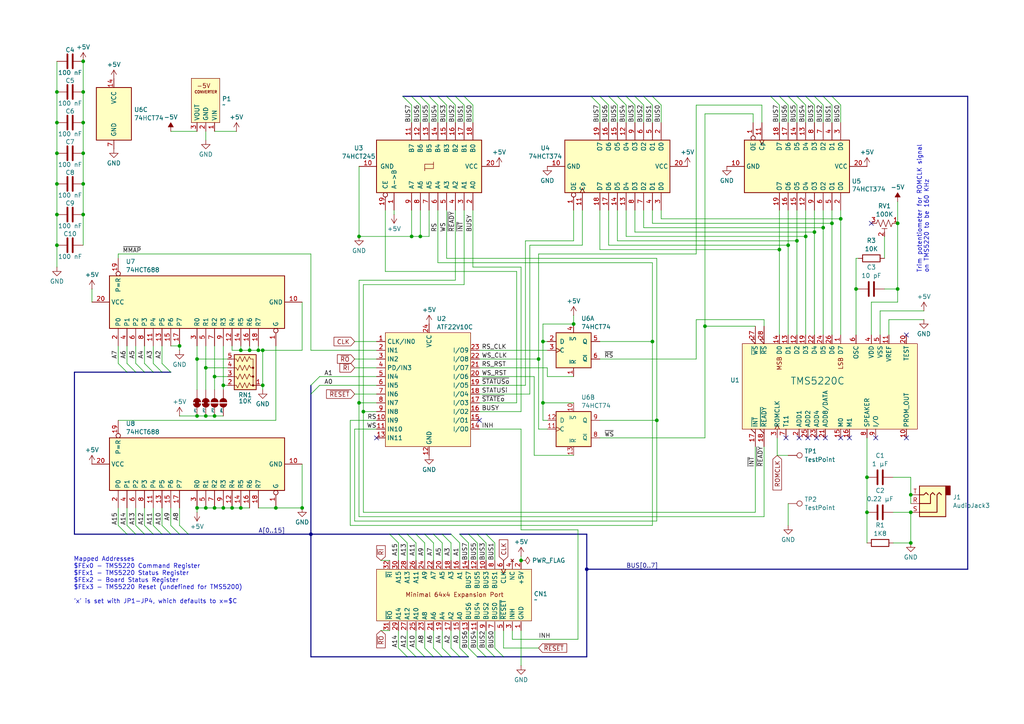
<source format=kicad_sch>
(kicad_sch (version 20231120) (generator "eeschema") (generator_version "8.0")
  (paper "A4")
  (title_block (title "Speech Synthesizer for Minimal 64x4 Computer"))
  (junction (at 59.69 147.32))
  (junction (at 62.23 120.65))
  (junction (at 57.15 104.14))
  (junction (at 228.6 71.12))
  (junction (at 76.2 111.76))
  (junction (at 190.5 121.92))
  (junction (at 251.46 148.59))
  (junction (at 24.13 62.23))
  (junction (at 57.15 120.65))
  (junction (at 251.46 138.43))
  (junction (at 119.38 68.58))
  (junction (at 16.51 44.45))
  (junction (at 248.285 83.82))
  (junction (at 204.47 94.615))
  (junction (at 24.13 44.45))
  (junction (at 76.2 101.6))
  (junction (at 62.23 109.22))
  (junction (at 264.16 157.48))
  (junction (at 260.35 64.77))
  (junction (at 243.84 63.4652))
  (junction (at 16.51 53.34))
  (junction (at 236.22 67.31))
  (junction (at 104.14 68.58))
  (junction (at 241.3 64.77))
  (junction (at 90.17 154.94))
  (junction (at 264.16 148.59))
  (junction (at 157.48 99.06))
  (junction (at 170.18 165.1))
  (junction (at 64.77 147.32))
  (junction (at 52.07 100.33))
  (junction (at 121.92 68.58))
  (junction (at 59.69 106.68))
  (junction (at 72.39 101.6))
  (junction (at 231.14 69.85))
  (junction (at 64.77 111.76))
  (junction (at 62.23 147.32))
  (junction (at 69.85 101.6))
  (junction (at 16.51 62.23))
  (junction (at 24.13 17.78))
  (junction (at 74.93 101.6))
  (junction (at 151.13 162.56))
  (junction (at 157.48 116.84))
  (junction (at 166.37 93.98))
  (junction (at 87.63 147.32))
  (junction (at 104.14 116.84))
  (junction (at 156.21 104.14))
  (junction (at 16.51 26.67))
  (junction (at 80.01 147.32))
  (junction (at 189.23 99.06))
  (junction (at 24.13 26.67))
  (junction (at 264.16 143.51))
  (junction (at 67.31 147.32))
  (junction (at 24.13 35.56))
  (junction (at 226.06 72.39))
  (junction (at 16.51 71.12))
  (junction (at 16.51 35.56))
  (junction (at 233.68 68.58))
  (junction (at 260.35 83.82))
  (junction (at 69.85 147.32))
  (junction (at 105.3926 119.38))
  (junction (at 59.69 120.65))
  (junction (at 238.76 66.04))
  (junction (at 57.15 147.32))
  (junction (at 24.13 53.34))
  (no_connect (at 109.22 127))
  (no_connect (at 239.395 127))
  (no_connect (at 236.855 127))
  (no_connect (at 243.84 127))
  (no_connect (at 254 127))
  (no_connect (at 139.065 121.92))
  (no_connect (at 227.965 127))
  (no_connect (at 231.775 127))
  (no_connect (at 262.89 97.155))
  (no_connect (at 262.89 127))
  (no_connect (at 246.38 127))
  (no_connect (at 252.73 64.77))
  (no_connect (at 234.315 127))
  (bus_entry (at 129.54 27.94) (size 2.54 2.54))
  (bus_entry (at 54.61 154.94) (size -2.54 -2.54))
  (bus_entry (at 130.81 154.94) (size 2.54 2.54))
  (bus_entry (at 52.07 154.94) (size -2.54 -2.54))
  (bus_entry (at 231.14 27.94) (size 2.54 2.54))
  (bus_entry (at 138.43 154.94) (size 2.54 2.54))
  (bus_entry (at 146.05 190.5) (size -2.54 -2.54))
  (bus_entry (at 228.6 27.94) (size 2.54 2.54))
  (bus_entry (at 135.89 154.94) (size 2.54 2.54))
  (bus_entry (at 189.23 27.94) (size 2.54 2.54))
  (bus_entry (at 236.22 27.94) (size 2.54 2.54))
  (bus_entry (at 123.19 190.5) (size -2.54 -2.54))
  (bus_entry (at 186.69 27.94) (size 2.54 2.54))
  (bus_entry (at 171.45 27.94) (size 2.54 2.54))
  (bus_entry (at 176.53 27.94) (size 2.54 2.54))
  (bus_entry (at 119.38 27.94) (size 2.54 2.54))
  (bus_entry (at 36.83 107.95) (size -2.54 -2.54))
  (bus_entry (at 138.43 190.5) (size -2.54 -2.54))
  (bus_entry (at 127 27.94) (size 2.54 2.54))
  (bus_entry (at 173.99 27.94) (size 2.54 2.54))
  (bus_entry (at 41.91 154.94) (size -2.54 -2.54))
  (bus_entry (at 44.45 154.94) (size -2.54 -2.54))
  (bus_entry (at 226.06 27.94) (size 2.54 2.54))
  (bus_entry (at 120.65 190.5) (size -2.54 -2.54))
  (bus_entry (at 140.97 154.94) (size 2.54 2.54))
  (bus_entry (at 118.11 154.94) (size 2.54 2.54))
  (bus_entry (at 184.15 27.94) (size 2.54 2.54))
  (bus_entry (at 39.37 154.94) (size -2.54 -2.54))
  (bus_entry (at 39.37 107.95) (size -2.54 -2.54))
  (bus_entry (at 128.27 190.5) (size -2.54 -2.54))
  (bus_entry (at 135.89 190.5) (size -2.54 -2.54))
  (bus_entry (at 44.45 107.95) (size -2.54 -2.54))
  (bus_entry (at 133.35 154.94) (size 2.54 2.54))
  (bus_entry (at 133.35 190.5) (size -2.54 -2.54))
  (bus_entry (at 49.53 107.95) (size -2.54 -2.54))
  (bus_entry (at 233.68 27.94) (size 2.54 2.54))
  (bus_entry (at 132.08 27.94) (size 2.54 2.54))
  (bus_entry (at 90.17 111.76) (size 2.54 -2.54))
  (bus_entry (at 241.3 27.94) (size 2.54 2.54))
  (bus_entry (at 116.84 27.94) (size 2.54 2.54))
  (bus_entry (at 238.76 27.94) (size 2.54 2.54))
  (bus_entry (at 46.99 107.95) (size -2.54 -2.54))
  (bus_entry (at 118.11 190.5) (size -2.54 -2.54))
  (bus_entry (at 134.62 27.94) (size 2.54 2.54))
  (bus_entry (at 123.19 154.94) (size 2.54 2.54))
  (bus_entry (at 128.27 154.94) (size 2.54 2.54))
  (bus_entry (at 124.46 27.94) (size 2.54 2.54))
  (bus_entry (at 90.17 114.3) (size 2.54 -2.54))
  (bus_entry (at 130.81 190.5) (size -2.54 -2.54))
  (bus_entry (at 115.57 154.94) (size 2.54 2.54))
  (bus_entry (at 125.73 154.94) (size 2.54 2.54))
  (bus_entry (at 113.03 154.94) (size 2.54 2.54))
  (bus_entry (at 49.53 154.94) (size -2.54 -2.54))
  (bus_entry (at 36.83 154.94) (size -2.54 -2.54))
  (bus_entry (at 181.61 27.94) (size 2.54 2.54))
  (bus_entry (at 179.07 27.94) (size 2.54 2.54))
  (bus_entry (at 140.97 190.5) (size -2.54 -2.54))
  (bus_entry (at 125.73 190.5) (size -2.54 -2.54))
  (bus_entry (at 121.92 27.94) (size 2.54 2.54))
  (bus_entry (at 223.52 27.94) (size 2.54 2.54))
  (bus_entry (at 46.99 154.94) (size -2.54 -2.54))
  (bus_entry (at 41.91 107.95) (size -2.54 -2.54))
  (bus_entry (at 120.65 154.94) (size 2.54 2.54))
  (bus_entry (at 143.51 190.5) (size -2.54 -2.54))
  (wire (pts (xy 148.59 185.42) (xy 148.59 182.88)))
  (wire (pts (xy 133.35 157.48) (xy 133.35 162.56)))
  (bus (pts (xy 52.07 154.94) (xy 49.53 154.94)))
  (wire (pts (xy 105.3926 148.59) (xy 105.3926 119.38)))
  (wire (pts (xy 256.54 83.82) (xy 260.35 83.82)))
  (wire (pts (xy 189.23 76.2) (xy 127 76.2)))
  (wire (pts (xy 132.08 81.28) (xy 132.08 60.96)))
  (wire (pts (xy 201.93 104.14) (xy 201.93 92.71)))
  (wire (pts (xy 154.94 132.08) (xy 166.37 132.08)))
  (bus (pts (xy 124.46 27.94) (xy 127 27.94)))
  (wire (pts (xy 167.64 185.42) (xy 167.64 153.67)))
  (wire (pts (xy 139.065 116.84) (xy 149.86 116.84)))
  (wire (pts (xy 127 76.2) (xy 127 60.96)))
  (wire (pts (xy 241.3 30.48) (xy 241.3 35.56)))
  (wire (pts (xy 257.81 97.155) (xy 257.81 92.71)))
  (wire (pts (xy 34.29 73.66) (xy 90.17 73.66)))
  (wire (pts (xy 64.77 147.32) (xy 67.31 147.32)))
  (wire (pts (xy 233.68 68.58) (xy 233.68 97.155)))
  (wire (pts (xy 264.16 138.43) (xy 264.16 143.51)))
  (wire (pts (xy 62.23 109.22) (xy 62.23 113.03)))
  (wire (pts (xy 225.425 132.08) (xy 228.6 132.08)))
  (bus (pts (xy 121.92 27.94) (xy 124.46 27.94)))
  (wire (pts (xy 173.99 121.92) (xy 190.5 121.92)))
  (wire (pts (xy 153.67 71.12) (xy 168.91 71.12)))
  (wire (pts (xy 256.54 68.58) (xy 256.54 74.93)))
  (wire (pts (xy 115.57 187.96) (xy 115.57 182.88)))
  (wire (pts (xy 41.91 152.4) (xy 41.91 147.32)))
  (wire (pts (xy 121.92 68.58) (xy 124.46 68.58)))
  (bus (pts (xy 231.14 27.94) (xy 233.68 27.94)))
  (wire (pts (xy 134.62 30.48) (xy 134.62 35.56)))
  (wire (pts (xy 57.15 147.32) (xy 59.69 147.32)))
  (wire (pts (xy 62.23 109.22) (xy 66.04 109.22)))
  (bus (pts (xy 123.19 154.94) (xy 120.65 154.94)))
  (wire (pts (xy 236.22 30.48) (xy 236.22 35.56)))
  (bus (pts (xy 228.6 27.94) (xy 231.14 27.94)))
  (wire (pts (xy 87.63 147.32) (xy 87.63 134.62)))
  (wire (pts (xy 36.83 152.4) (xy 36.83 147.32)))
  (wire (pts (xy 221.615 149.86) (xy 104.1226 149.86)))
  (bus (pts (xy 140.97 190.5) (xy 143.51 190.5)))
  (wire (pts (xy 157.48 116.84) (xy 166.37 116.84)))
  (bus (pts (xy 140.97 154.94) (xy 170.18 154.94)))
  (wire (pts (xy 181.61 68.58) (xy 233.68 68.58)))
  (wire (pts (xy 248.285 74.93) (xy 248.92 74.93)))
  (wire (pts (xy 157.48 93.98) (xy 166.37 93.98)))
  (wire (pts (xy 226.06 30.48) (xy 226.06 35.56)))
  (wire (pts (xy 218.44 33.02) (xy 218.44 35.56)))
  (bus (pts (xy 44.45 154.94) (xy 41.91 154.94)))
  (wire (pts (xy 123.19 187.96) (xy 123.19 182.88)))
  (wire (pts (xy 57.15 104.14) (xy 57.15 113.03)))
  (bus (pts (xy 226.06 27.94) (xy 228.6 27.94)))
  (wire (pts (xy 259.08 138.43) (xy 264.16 138.43)))
  (wire (pts (xy 128.27 157.48) (xy 128.27 162.56)))
  (wire (pts (xy 190.5 74.93) (xy 129.54 74.93)))
  (wire (pts (xy 190.5 121.92) (xy 190.5 74.93)))
  (wire (pts (xy 80.01 121.92) (xy 80.01 100.33)))
  (wire (pts (xy 130.81 157.48) (xy 130.81 162.56)))
  (wire (pts (xy 119.38 30.48) (xy 119.38 35.56)))
  (wire (pts (xy 260.35 58.42) (xy 260.35 64.77)))
  (wire (pts (xy 124.46 30.48) (xy 124.46 35.56)))
  (wire (pts (xy 149.86 116.84) (xy 149.86 78.74)))
  (wire (pts (xy 176.53 71.12) (xy 228.6 71.12)))
  (wire (pts (xy 102.87 104.14) (xy 109.22 104.14)))
  (bus (pts (xy 119.38 27.94) (xy 121.92 27.94)))
  (wire (pts (xy 173.99 30.48) (xy 173.99 35.56)))
  (wire (pts (xy 176.53 30.48) (xy 176.53 35.56)))
  (wire (pts (xy 158.75 106.68) (xy 158.75 109.22)))
  (wire (pts (xy 173.99 127) (xy 204.47 127)))
  (wire (pts (xy 121.92 60.96) (xy 121.92 68.58)))
  (bus (pts (xy 241.3 27.94) (xy 280.67 27.94)))
  (wire (pts (xy 166.37 93.98) (xy 166.37 91.44)))
  (wire (pts (xy 111.76 78.74) (xy 111.76 60.96)))
  (bus (pts (xy 54.61 154.94) (xy 52.07 154.94)))
  (wire (pts (xy 191.77 60.96) (xy 191.77 63.4652)))
  (wire (pts (xy 158.75 124.46) (xy 156.21 124.46)))
  (bus (pts (xy 134.62 27.94) (xy 171.45 27.94)))
  (wire (pts (xy 260.35 83.82) (xy 260.35 64.77)))
  (wire (pts (xy 228.6 71.12) (xy 228.6 97.155)))
  (wire (pts (xy 114.3 60.96) (xy 114.3 62.23)))
  (wire (pts (xy 57.15 120.65) (xy 59.69 120.65)))
  (wire (pts (xy 204.47 33.02) (xy 204.47 94.615)))
  (wire (pts (xy 151.13 77.47) (xy 137.16 77.47)))
  (wire (pts (xy 46.99 105.41) (xy 46.99 100.33)))
  (wire (pts (xy 143.51 187.96) (xy 143.51 182.88)))
  (wire (pts (xy 49.53 152.4) (xy 49.53 147.32)))
  (wire (pts (xy 72.39 101.6) (xy 72.39 100.33)))
  (wire (pts (xy 135.89 157.48) (xy 135.89 162.56)))
  (bus (pts (xy 181.61 27.94) (xy 184.15 27.94)))
  (wire (pts (xy 59.69 106.68) (xy 59.69 113.03)))
  (wire (pts (xy 137.16 30.48) (xy 137.16 35.56)))
  (wire (pts (xy 252.73 97.155) (xy 252.73 87.63)))
  (wire (pts (xy 156.21 124.46) (xy 156.21 104.14)))
  (bus (pts (xy 143.51 190.5) (xy 146.05 190.5)))
  (wire (pts (xy 105.3926 119.38) (xy 105.3926 82.55)))
  (bus (pts (xy 120.65 190.5) (xy 118.11 190.5)))
  (wire (pts (xy 74.93 101.6) (xy 74.93 100.33)))
  (bus (pts (xy 90.17 114.3) (xy 90.17 154.94)))
  (wire (pts (xy 251.46 127) (xy 251.46 138.43)))
  (wire (pts (xy 62.23 100.33) (xy 62.23 109.22)))
  (wire (pts (xy 236.22 60.96) (xy 236.22 67.31)))
  (wire (pts (xy 64.77 100.33) (xy 64.77 111.76)))
  (wire (pts (xy 204.47 94.615) (xy 204.47 127)))
  (bus (pts (xy 173.99 27.94) (xy 176.53 27.94)))
  (wire (pts (xy 125.73 157.48) (xy 125.73 162.56)))
  (wire (pts (xy 139.065 111.76) (xy 152.4 111.76)))
  (wire (pts (xy 226.06 60.96) (xy 226.06 72.39)))
  (wire (pts (xy 118.11 157.48) (xy 118.11 162.56)))
  (wire (pts (xy 104.1226 149.86) (xy 104.1226 116.84)))
  (wire (pts (xy 228.6 146.05) (xy 228.6 152.4)))
  (wire (pts (xy 189.23 64.77) (xy 241.3 64.77)))
  (bus (pts (xy 179.07 27.94) (xy 181.61 27.94)))
  (wire (pts (xy 92.71 111.76) (xy 109.22 111.76)))
  (wire (pts (xy 52.07 152.4) (xy 52.07 147.32)))
  (wire (pts (xy 157.48 116.84) (xy 157.48 99.06)))
  (wire (pts (xy 24.13 17.78) (xy 24.13 26.67)))
  (bus (pts (xy 21.59 107.95) (xy 36.83 107.95)))
  (wire (pts (xy 156.21 104.14) (xy 139.065 104.14)))
  (wire (pts (xy 248.285 74.93) (xy 248.285 83.82)))
  (wire (pts (xy 130.81 187.96) (xy 130.81 182.88)))
  (wire (pts (xy 189.23 152.4) (xy 101.5826 152.4)))
  (wire (pts (xy 140.97 157.48) (xy 140.97 162.56)))
  (wire (pts (xy 154.94 109.22) (xy 154.94 132.08)))
  (wire (pts (xy 67.31 147.32) (xy 69.85 147.32)))
  (bus (pts (xy 127 27.94) (xy 129.54 27.94)))
  (wire (pts (xy 59.69 147.32) (xy 62.23 147.32)))
  (wire (pts (xy 158.75 109.22) (xy 166.37 109.22)))
  (wire (pts (xy 123.19 157.48) (xy 123.19 162.56)))
  (wire (pts (xy 105.3926 82.55) (xy 134.62 82.55)))
  (wire (pts (xy 104.14 68.58) (xy 119.38 68.58)))
  (wire (pts (xy 57.15 147.32) (xy 57.15 148.59)))
  (wire (pts (xy 190.5 151.13) (xy 102.8526 151.13)))
  (wire (pts (xy 104.14 48.26) (xy 104.14 68.58)))
  (wire (pts (xy 39.37 105.41) (xy 39.37 100.33)))
  (wire (pts (xy 119.38 60.96) (xy 119.38 68.58)))
  (wire (pts (xy 220.98 30.48) (xy 220.98 35.56)))
  (wire (pts (xy 243.84 63.4652) (xy 243.84 97.155)))
  (wire (pts (xy 243.84 60.96) (xy 243.84 63.4652)))
  (wire (pts (xy 52.07 120.65) (xy 57.15 120.65)))
  (wire (pts (xy 201.93 30.48) (xy 220.98 30.48)))
  (wire (pts (xy 115.57 157.48) (xy 115.57 162.56)))
  (wire (pts (xy 184.15 30.48) (xy 184.15 35.56)))
  (wire (pts (xy 92.71 109.22) (xy 109.22 109.22)))
  (wire (pts (xy 87.63 101.6) (xy 87.63 87.63)))
  (wire (pts (xy 49.53 38.1) (xy 57.15 38.1)))
  (wire (pts (xy 152.4 111.76) (xy 152.4 69.85)))
  (bus (pts (xy 36.83 107.95) (xy 39.37 107.95)))
  (wire (pts (xy 69.85 101.6) (xy 72.39 101.6)))
  (wire (pts (xy 102.87 114.3) (xy 109.22 114.3)))
  (wire (pts (xy 16.51 17.78) (xy 16.51 26.67)))
  (wire (pts (xy 158.75 121.92) (xy 157.48 121.92)))
  (wire (pts (xy 16.51 71.12) (xy 16.51 77.47)))
  (wire (pts (xy 201.93 92.71) (xy 221.615 92.71)))
  (wire (pts (xy 120.65 157.48) (xy 120.65 162.56)))
  (wire (pts (xy 189.23 30.48) (xy 189.23 35.56)))
  (wire (pts (xy 241.3 60.96) (xy 241.3 64.77)))
  (bus (pts (xy 236.22 27.94) (xy 238.76 27.94)))
  (wire (pts (xy 248.285 83.82) (xy 248.92 83.82)))
  (wire (pts (xy 186.69 30.48) (xy 186.69 35.56)))
  (wire (pts (xy 134.62 82.55) (xy 134.62 60.96)))
  (wire (pts (xy 219.075 148.59) (xy 105.3926 148.59)))
  (wire (pts (xy 153.67 114.3) (xy 153.67 71.12)))
  (wire (pts (xy 118.11 187.96) (xy 118.11 182.88)))
  (bus (pts (xy 41.91 107.95) (xy 44.45 107.95)))
  (wire (pts (xy 62.23 147.32) (xy 64.77 147.32)))
  (wire (pts (xy 146.05 187.96) (xy 146.05 182.88)))
  (wire (pts (xy 74.93 101.6) (xy 76.2 101.6)))
  (wire (pts (xy 59.69 106.68) (xy 66.04 106.68)))
  (wire (pts (xy 259.08 157.48) (xy 264.16 157.48)))
  (wire (pts (xy 168.91 71.12) (xy 168.91 60.96)))
  (bus (pts (xy 118.11 154.94) (xy 115.57 154.94)))
  (wire (pts (xy 69.85 147.32) (xy 72.39 147.32)))
  (wire (pts (xy 248.285 83.82) (xy 248.285 97.155)))
  (bus (pts (xy 146.05 190.5) (xy 170.18 190.5)))
  (wire (pts (xy 16.51 53.34) (xy 16.51 62.23)))
  (wire (pts (xy 190.5 121.92) (xy 190.5 151.13)))
  (wire (pts (xy 62.23 120.65) (xy 64.77 120.65)))
  (bus (pts (xy 90.17 154.94) (xy 113.03 154.94)))
  (wire (pts (xy 139.065 119.38) (xy 151.13 119.38)))
  (bus (pts (xy 170.18 165.1) (xy 170.18 154.94)))
  (wire (pts (xy 24.13 35.56) (xy 24.13 44.45)))
  (bus (pts (xy 184.15 27.94) (xy 186.69 27.94)))
  (bus (pts (xy 39.37 107.95) (xy 41.91 107.95)))
  (wire (pts (xy 62.23 38.1) (xy 68.58 38.1)))
  (wire (pts (xy 80.01 147.32) (xy 87.63 147.32)))
  (wire (pts (xy 181.61 30.48) (xy 181.61 35.56)))
  (wire (pts (xy 119.38 68.58) (xy 121.92 68.58)))
  (wire (pts (xy 255.27 90.17) (xy 267.97 90.17)))
  (wire (pts (xy 52.07 100.33) (xy 52.07 101.6)))
  (wire (pts (xy 191.77 30.48) (xy 191.77 35.56)))
  (wire (pts (xy 90.17 101.6) (xy 109.22 101.6)))
  (wire (pts (xy 36.83 105.41) (xy 36.83 100.33)))
  (wire (pts (xy 64.77 111.76) (xy 66.04 111.76)))
  (wire (pts (xy 34.29 121.92) (xy 80.01 121.92)))
  (wire (pts (xy 156.21 187.96) (xy 146.05 187.96)))
  (wire (pts (xy 124.46 68.58) (xy 124.46 60.96)))
  (bus (pts (xy 132.08 27.94) (xy 134.62 27.94)))
  (wire (pts (xy 127 30.48) (xy 127 35.56)))
  (wire (pts (xy 252.73 87.63) (xy 260.35 87.63)))
  (wire (pts (xy 135.89 187.96) (xy 135.89 182.88)))
  (wire (pts (xy 120.65 187.96) (xy 120.65 182.88)))
  (wire (pts (xy 102.87 106.68) (xy 109.22 106.68)))
  (wire (pts (xy 129.54 30.48) (xy 129.54 35.56)))
  (wire (pts (xy 176.53 60.96) (xy 176.53 71.12)))
  (wire (pts (xy 157.48 121.92) (xy 157.48 116.84)))
  (wire (pts (xy 173.99 104.14) (xy 201.93 104.14)))
  (wire (pts (xy 173.99 60.96) (xy 173.99 72.39)))
  (wire (pts (xy 186.69 66.04) (xy 238.76 66.04)))
  (wire (pts (xy 243.84 30.48) (xy 243.84 35.56)))
  (wire (pts (xy 129.54 74.93) (xy 129.54 60.96)))
  (wire (pts (xy 16.51 44.45) (xy 16.51 53.34)))
  (wire (pts (xy 139.065 114.3) (xy 153.67 114.3)))
  (wire (pts (xy 221.615 92.71) (xy 221.615 94.615)))
  (wire (pts (xy 257.81 92.71) (xy 267.97 92.71)))
  (wire (pts (xy 102.8526 124.46) (xy 109.22 124.46)))
  (wire (pts (xy 156.21 73.66) (xy 201.93 73.66)))
  (wire (pts (xy 121.92 30.48) (xy 121.92 35.56)))
  (wire (pts (xy 181.61 60.96) (xy 181.61 68.58)))
  (wire (pts (xy 72.39 101.6) (xy 74.93 101.6)))
  (wire (pts (xy 34.29 74.93) (xy 34.29 73.66)))
  (wire (pts (xy 151.13 182.88) (xy 151.13 193.04)))
  (wire (pts (xy 184.15 60.96) (xy 184.15 67.31)))
  (wire (pts (xy 104.1226 116.84) (xy 104.14 116.84)))
  (bus (pts (xy 238.76 27.94) (xy 241.3 27.94)))
  (wire (pts (xy 236.22 67.31) (xy 236.22 97.155)))
  (bus (pts (xy 280.67 165.1) (xy 280.67 27.94)))
  (bus (pts (xy 115.57 154.94) (xy 113.03 154.94)))
  (bus (pts (xy 118.11 190.5) (xy 90.17 190.5)))
  (wire (pts (xy 76.2 101.6) (xy 76.2 111.76)))
  (wire (pts (xy 90.17 73.66) (xy 90.17 101.6)))
  (wire (pts (xy 204.47 33.02) (xy 218.44 33.02)))
  (wire (pts (xy 110.49 182.88) (xy 113.03 182.88)))
  (wire (pts (xy 241.3 64.77) (xy 241.3 97.155)))
  (wire (pts (xy 67.31 101.6) (xy 67.31 100.33)))
  (bus (pts (xy 46.99 154.94) (xy 44.45 154.94)))
  (wire (pts (xy 186.69 60.96) (xy 186.69 66.04)))
  (bus (pts (xy 125.73 190.5) (xy 123.19 190.5)))
  (bus (pts (xy 170.18 165.1) (xy 280.67 165.1)))
  (wire (pts (xy 184.15 67.31) (xy 236.22 67.31)))
  (bus (pts (xy 176.53 27.94) (xy 179.07 27.94)))
  (wire (pts (xy 156.21 104.14) (xy 156.21 73.66)))
  (wire (pts (xy 104.14 81.28) (xy 132.08 81.28)))
  (bus (pts (xy 186.69 27.94) (xy 189.23 27.94)))
  (wire (pts (xy 151.13 161.29) (xy 151.13 162.56)))
  (wire (pts (xy 59.69 120.65) (xy 62.23 120.65)))
  (wire (pts (xy 251.46 148.59) (xy 251.46 157.48)))
  (wire (pts (xy 49.53 100.33) (xy 52.07 100.33)))
  (wire (pts (xy 140.97 187.96) (xy 140.97 182.88)))
  (wire (pts (xy 139.065 101.6) (xy 158.75 101.6)))
  (wire (pts (xy 264.16 148.59) (xy 264.16 157.48)))
  (wire (pts (xy 219.075 94.615) (xy 204.47 94.615)))
  (bus (pts (xy 170.18 190.5) (xy 170.18 165.1)))
  (wire (pts (xy 189.23 60.96) (xy 189.23 64.77)))
  (wire (pts (xy 219.075 129.54) (xy 219.075 148.59)))
  (wire (pts (xy 46.99 152.4) (xy 46.99 147.32)))
  (wire (pts (xy 137.16 77.47) (xy 137.16 60.96)))
  (wire (pts (xy 69.85 101.6) (xy 69.85 100.33)))
  (wire (pts (xy 102.8526 151.13) (xy 102.8526 124.46)))
  (wire (pts (xy 41.91 105.41) (xy 41.91 100.33)))
  (wire (pts (xy 152.4 69.85) (xy 166.37 69.85)))
  (bus (pts (xy 171.45 27.94) (xy 173.99 27.94)))
  (wire (pts (xy 157.48 99.06) (xy 158.75 99.06)))
  (wire (pts (xy 101.5826 121.92) (xy 109.22 121.92)))
  (wire (pts (xy 125.73 187.96) (xy 125.73 182.88)))
  (wire (pts (xy 57.15 100.33) (xy 57.15 104.14)))
  (wire (pts (xy 39.37 152.4) (xy 39.37 147.32)))
  (wire (pts (xy 189.23 99.06) (xy 189.23 152.4)))
  (bus (pts (xy 130.81 154.94) (xy 128.27 154.94)))
  (wire (pts (xy 179.07 30.48) (xy 179.07 35.56)))
  (wire (pts (xy 74.93 147.32) (xy 80.01 147.32)))
  (bus (pts (xy 120.65 154.94) (xy 118.11 154.94)))
  (wire (pts (xy 132.08 30.48) (xy 132.08 35.56)))
  (wire (pts (xy 148.59 185.42) (xy 167.64 185.42)))
  (wire (pts (xy 191.77 63.4652) (xy 243.84 63.4652)))
  (wire (pts (xy 24.13 62.23) (xy 24.13 71.12)))
  (wire (pts (xy 228.6 30.48) (xy 228.6 35.56)))
  (wire (pts (xy 139.065 106.68) (xy 158.75 106.68)))
  (wire (pts (xy 264.16 143.51) (xy 264.16 146.05)))
  (wire (pts (xy 233.68 30.48) (xy 233.68 35.56)))
  (wire (pts (xy 238.76 30.48) (xy 238.76 35.56)))
  (wire (pts (xy 238.76 60.96) (xy 238.76 66.04)))
  (bus (pts (xy 125.73 154.94) (xy 123.19 154.94)))
  (bus (pts (xy 49.53 154.94) (xy 46.99 154.94)))
  (wire (pts (xy 231.14 69.85) (xy 231.14 97.155)))
  (wire (pts (xy 104.14 116.84) (xy 104.14 81.28)))
  (bus (pts (xy 90.17 154.94) (xy 54.61 154.94)))
  (bus (pts (xy 116.84 27.94) (xy 119.38 27.94)))
  (wire (pts (xy 231.14 30.48) (xy 231.14 35.56)))
  (wire (pts (xy 59.69 100.33) (xy 59.69 106.68)))
  (wire (pts (xy 167.64 153.67) (xy 151.13 153.67)))
  (wire (pts (xy 255.27 97.155) (xy 255.27 90.17)))
  (bus (pts (xy 138.43 154.94) (xy 140.97 154.94)))
  (wire (pts (xy 189.23 99.06) (xy 189.23 76.2)))
  (wire (pts (xy 67.31 101.6) (xy 69.85 101.6)))
  (wire (pts (xy 16.51 26.67) (xy 16.51 35.56)))
  (bus (pts (xy 223.52 27.94) (xy 226.06 27.94)))
  (bus (pts (xy 128.27 154.94) (xy 125.73 154.94)))
  (wire (pts (xy 138.43 187.96) (xy 138.43 182.88)))
  (wire (pts (xy 24.13 44.45) (xy 24.13 53.34)))
  (wire (pts (xy 59.69 38.1) (xy 59.69 40.64)))
  (bus (pts (xy 36.83 154.94) (xy 21.59 154.94)))
  (wire (pts (xy 231.14 60.96) (xy 231.14 69.85)))
  (bus (pts (xy 123.19 190.5) (xy 120.65 190.5)))
  (wire (pts (xy 201.93 73.66) (xy 201.93 30.48)))
  (wire (pts (xy 179.07 69.85) (xy 231.14 69.85)))
  (wire (pts (xy 166.37 69.85) (xy 166.37 60.96)))
  (wire (pts (xy 138.43 157.48) (xy 138.43 162.56)))
  (wire (pts (xy 16.51 62.23) (xy 16.51 71.12)))
  (wire (pts (xy 57.15 104.14) (xy 66.04 104.14)))
  (bus (pts (xy 133.35 190.5) (xy 130.81 190.5)))
  (wire (pts (xy 143.51 157.48) (xy 143.51 162.56)))
  (wire (pts (xy 34.29 105.41) (xy 34.29 100.33)))
  (bus (pts (xy 41.91 154.94) (xy 39.37 154.94)))
  (wire (pts (xy 139.065 109.22) (xy 154.94 109.22)))
  (bus (pts (xy 138.43 190.5) (xy 140.97 190.5)))
  (wire (pts (xy 259.08 148.59) (xy 264.16 148.59)))
  (wire (pts (xy 260.35 87.63) (xy 260.35 83.82)))
  (wire (pts (xy 128.27 187.96) (xy 128.27 182.88)))
  (bus (pts (xy 189.23 27.94) (xy 223.52 27.94)))
  (wire (pts (xy 221.615 129.54) (xy 221.615 149.86)))
  (wire (pts (xy 149.86 78.74) (xy 111.76 78.74)))
  (wire (pts (xy 173.99 99.06) (xy 189.23 99.06)))
  (wire (pts (xy 24.13 53.34) (xy 24.13 62.23)))
  (wire (pts (xy 225.425 127) (xy 225.425 132.08)))
  (bus (pts (xy 135.89 190.5) (xy 133.35 190.5)))
  (wire (pts (xy 105.3926 119.38) (xy 109.22 119.38)))
  (wire (pts (xy 251.46 138.43) (xy 251.46 148.59)))
  (wire (pts (xy 76.2 101.6) (xy 87.63 101.6)))
  (wire (pts (xy 238.76 66.04) (xy 238.76 97.155)))
  (wire (pts (xy 233.68 60.96) (xy 233.68 68.58)))
  (wire (pts (xy 34.29 152.4) (xy 34.29 147.32)))
  (wire (pts (xy 102.87 99.06) (xy 109.22 99.06)))
  (wire (pts (xy 226.06 72.39) (xy 226.06 97.155)))
  (bus (pts (xy 44.45 107.95) (xy 46.99 107.95)))
  (bus (pts (xy 130.81 190.5) (xy 128.27 190.5)))
  (bus (pts (xy 90.17 190.5) (xy 90.17 154.94)))
  (wire (pts (xy 151.13 124.46) (xy 151.13 153.67)))
  (wire (pts (xy 228.6 60.96) (xy 228.6 71.12)))
  (bus (pts (xy 133.35 154.94) (xy 135.89 154.94)))
  (bus (pts (xy 90.17 111.76) (xy 90.17 114.3)))
  (wire (pts (xy 104.14 116.84) (xy 109.22 116.84)))
  (bus (pts (xy 46.99 107.95) (xy 49.53 107.95)))
  (wire (pts (xy 26.67 83.82) (xy 26.67 87.63)))
  (wire (pts (xy 133.35 187.96) (xy 133.35 182.88)))
  (bus (pts (xy 128.27 190.5) (xy 125.73 190.5)))
  (bus (pts (xy 21.59 154.94) (xy 21.59 107.95)))
  (bus (pts (xy 39.37 154.94) (xy 36.83 154.94)))
  (wire (pts (xy 64.77 111.76) (xy 64.77 113.03)))
  (wire (pts (xy 157.48 99.06) (xy 157.48 93.98)))
  (wire (pts (xy 101.5826 152.4) (xy 101.5826 121.92)))
  (wire (pts (xy 24.13 26.67) (xy 24.13 35.56)))
  (wire (pts (xy 139.065 124.46) (xy 151.13 124.46)))
  (bus (pts (xy 233.68 27.94) (xy 236.22 27.94)))
  (wire (pts (xy 151.13 119.38) (xy 151.13 77.47)))
  (wire (pts (xy 173.99 72.39) (xy 226.06 72.39)))
  (wire (pts (xy 179.07 60.96) (xy 179.07 69.85)))
  (wire (pts (xy 76.2 111.76) (xy 76.2 113.03)))
  (wire (pts (xy 44.45 105.41) (xy 44.45 100.33)))
  (bus (pts (xy 129.54 27.94) (xy 132.08 27.94)))
  (bus (pts (xy 135.89 154.94) (xy 138.43 154.94)))
  (wire (pts (xy 110.49 162.56) (xy 113.03 162.56)))
  (wire (pts (xy 44.45 152.4) (xy 44.45 147.32)))
  (wire (pts (xy 16.51 35.56) (xy 16.51 44.45)))
  (text "Trim potentiometer for ROMCLK signal\non TMS5220 to be 160 KHz" (at 267.716 79.248 90) (effects (font (size 1.27 1.27)) (justify left)))
  (text "Mapped Addresses\n$FEx0 - TMS5220 Command Register\n$FEx1 - TMS5220 Status Register\n$FEx2 - Board Status Register\n$FEx3 - TMS5220 Reset (undefined for TMS5200)\n\n'x' is set with JP1-JP4, which defaults to x=$C" (at 21.336 168.402 0) (effects (font (size 1.27 1.27)) (justify left)))
  (label "A6" (at 125.73 184.15 270))
  (label "BUS2" (at 238.76 35.56 90))
  (label "~{INT}" (at 219.075 135.5128 90))
  (label "A3" (at 44.45 101.6 270))
  (label "A0" (at 96.52 111.76 180))
  (label "BUS0" (at 191.77 35.56 90))
  (label "BUS7" (at 173.99 35.56 90))
  (label "A12" (at 118.11 184.15 270))
  (label "A7" (at 125.73 161.29 90))
  (label "A5" (at 39.37 101.6 270))
  (label "~{STATEo}" (at 139.7 116.84 0))
  (label "BUS1" (at 241.3 35.56 90))
  (label "A15" (at 115.57 161.29 90))
  (label "A10" (at 120.65 184.15 270))
  (label "BUS6" (at 228.6 35.56 90))
  (label "A11" (at 120.65 161.29 90))
  (label "BUS6" (at 176.53 35.56 90))
  (label "A15" (at 34.29 148.59 270))
  (label "WS" (at 109.22 124.46 180))
  (label "A13" (at 118.11 161.29 90))
  (label "A8" (at 123.19 184.15 270))
  (label "A6" (at 36.83 101.6 270))
  (label "~{INT}" (at 134.62 67.31 90))
  (label "~{MMAP}" (at 35.56 73.66 0))
  (label "A14" (at 36.83 148.59 270))
  (label "BUS5" (at 231.14 35.56 90))
  (label "BUS2" (at 132.08 35.56 90))
  (label "BUS1" (at 134.62 35.56 90))
  (label "BUS3" (at 140.97 162.56 90))
  (label "BUS7" (at 135.89 162.56 90))
  (label "A2" (at 46.99 101.6 270))
  (label "BUSY" (at 137.16 67.31 90))
  (label "A13" (at 39.37 148.59 270))
  (label "BUS6" (at 135.89 182.88 270))
  (label "~{READY}" (at 132.08 67.31 90))
  (label "WS" (at 129.54 67.31 90))
  (label "BUS4" (at 233.68 35.56 90))
  (label "BUS0" (at 143.51 182.88 270))
  (label "BUS[0..7]" (at 181.61 165.1 0))
  (label "A4" (at 128.27 184.15 270))
  (label "~{STATUSo}" (at 139.7 111.76 0))
  (label "RS_CLK" (at 139.7 101.6 0))
  (label "A2" (at 130.81 184.15 270))
  (label "BUSY" (at 139.7 119.38 0))
  (label "A14" (at 115.57 184.15 270))
  (label "BUS5" (at 179.07 35.56 90))
  (label "BUS0" (at 243.84 35.56 90))
  (label "WS_CLK" (at 139.7 104.14 0))
  (label "A1" (at 96.52 109.22 180))
  (label "A1" (at 133.35 161.29 90))
  (label "BUS7" (at 119.38 35.56 90))
  (label "BUS3" (at 129.54 35.56 90))
  (label "RS" (at 127 67.31 90))
  (label "BUS2" (at 140.97 182.88 270))
  (label "BUS2" (at 186.69 35.56 90))
  (label "INH" (at 156.21 185.42 0))
  (label "BUS6" (at 121.92 35.56 90))
  (label "A7" (at 34.29 101.6 270))
  (label "A0" (at 133.35 184.15 270))
  (label "RS_RST" (at 139.7 106.68 0))
  (label "A10" (at 46.99 148.59 270))
  (label "BUS0" (at 137.16 35.56 90))
  (label "~{READY}" (at 221.615 135.4473 90))
  (label "BUS5" (at 124.46 35.56 90))
  (label "BUS1" (at 143.51 162.56 90))
  (label "~{WS}" (at 175.26 127 0))
  (label "A9" (at 49.53 148.59 270))
  (label "BUS1" (at 189.23 35.56 90))
  (label "A12" (at 41.91 148.59 270))
  (label "BUS4" (at 181.61 35.56 90))
  (label "A3" (at 130.81 161.29 90))
  (label "BUS5" (at 138.43 162.56 90))
  (label "A9" (at 123.19 161.29 90))
  (label "A11" (at 44.45 148.59 270))
  (label "RS" (at 109.22 121.92 180))
  (label "~{RS}" (at 175.26 104.14 0))
  (label "BUS3" (at 184.15 35.56 90))
  (label "A4" (at 41.91 101.6 270))
  (label "STATUSi" (at 139.7 114.3 0))
  (label "A[0..15]" (at 74.93 154.94 0))
  (label "BUS7" (at 226.06 35.56 90))
  (label "A8" (at 52.07 148.59 270))
  (label "BUS4" (at 138.43 182.88 270))
  (label "BUS4" (at 127 35.56 90))
  (label "INH" (at 139.7 124.46 0))
  (label "A5" (at 128.27 161.29 90))
  (label "BUS3" (at 236.22 35.56 90))
  (label "WS_RST" (at 139.7 109.22 0))
  (global_label "~{RO}" (shape input) (at 102.87 104.14 180) (property "Intersheetrefs" "${INTERSHEET_REFS}" (effects (hide yes))))
  (global_label "~{RESET}" (shape input) (at 156.21 187.96 0) (property "Intersheetrefs" "${INTERSHEET_REFS}" (effects (hide yes))))
  (global_label "CLK" (shape input) (at 146.05 162.56 90) (property "Intersheetrefs" "${INTERSHEET_REFS}" (effects (hide yes))))
  (global_label "CLK" (shape input) (at 102.87 99.06 180) (property "Intersheetrefs" "${INTERSHEET_REFS}" (effects (hide yes))))
  (global_label "~{RESET}" (shape input) (at 102.87 114.3 180) (property "Intersheetrefs" "${INTERSHEET_REFS}" (effects (hide yes))))
  (global_label "~{RO}" (shape input) (at 110.49 182.88 270) (property "Intersheetrefs" "${INTERSHEET_REFS}" (effects (hide yes))))
  (global_label "~{RI}" (shape input) (at 110.49 162.56 90) (property "Intersheetrefs" "${INTERSHEET_REFS}" (effects (hide yes))))
  (global_label "~{RI}" (shape input) (at 102.87 106.68 180) (property "Intersheetrefs" "${INTERSHEET_REFS}" (effects (hide yes))))
  (global_label "ROMCLK" (shape input) (at 225.425 132.08 270) (property "Intersheetrefs" "${INTERSHEET_REFS}" (effects (hide yes))))
  (symbol (lib_id "power:-5V") (at 260.35 58.42 0) (unit 1)
    (property "Reference" "#PWR024" (effects (hide yes)))
    (property "Value" "-5V" (at 260.35 54.2869 0))
    (property "Description" "Power symbol creates a global label with name \"-5V\"" (effects (hide yes)))
  )
  (symbol (lib_id "74xx:74HCT688") (at 57.15 87.63 90) (unit 1)
    (property "Reference" "U7" (at 36.4841 75.8655 90) (effects (justify right)))
    (property "Value" "74HCT688" (at 36.4841 78.2898 90) (effects (justify right)))
    (property "Footprint" "Package_DIP:DIP-20_W7.62mm_Socket" (effects (hide yes)))
    (property "Datasheet" "https://www.ti.com/lit/ds/symlink/cd54hc688.pdf" (effects (hide yes)))
    (property "Description" "8-bit magnitude comparator" (effects (hide yes)))
  )
  (symbol (lib_id "power:GND") (at 267.97 92.71 0) (unit 1)
    (property "Reference" "#PWR023" (effects (hide yes)))
    (property "Value" "GND" (at 267.97 96.8431 0))
    (property "Description" "Power symbol creates a global label with name \"GND\" , ground" (effects (hide yes)))
  )
  (symbol (lib_id "power:GND") (at 124.46 132.08 0) (unit 1)
    (property "Reference" "#PWR032" (effects (hide yes)))
    (property "Value" "GND" (at 124.46 136.2131 0))
    (property "Description" "Power symbol creates a global label with name \"GND\" , ground" (effects (hide yes)))
  )
  (symbol (lib_id "Jumper:SolderJumper_2_Open") (at 64.77 116.84 90) (unit 1) (exclude_from_sim yes) (in_bom no)
    (property "Reference" "JP4" (at 64.262 118.364 0) (effects (font (size 0.5 0.5)) (justify right)))
    (property "Value" "SolderJumper_2_Open" (effects (hide yes)))
    (property "Footprint" "Jumper:SolderJumper-2_P1.3mm_Open_RoundedPad1.0x1.5mm" (effects (hide yes)))
    (property "Description" "Solder Jumper, 2-pole, open" (effects (hide yes)))
  )
  (symbol (lib_id "Device:C") (at 20.32 35.56 90) (unit 1)
    (property "Reference" "C6" (at 20.32 32.258 90))
    (property "Value" "100 nF" (at 20.32 38.862 90))
    (property "Footprint" "Capacitor_THT:C_Disc_D3.4mm_W2.1mm_P2.50mm" (effects (hide yes)))
    (property "Description" "Unpolarized capacitor" (effects (hide yes)))
  )
  (symbol (lib_id "Connector:TestPoint") (at 228.6 146.05 270) (unit 1)
    (property "Reference" "TP2" (at 233.299 144.8378 90) (effects (justify left)))
    (property "Value" "TestPoint" (at 233.299 147.2621 90) (effects (justify left)))
    (property "Footprint" "TestPoint:TestPoint_Pad_D2.0mm" (effects (hide yes)))
    (property "Description" "test point" (effects (hide yes)))
  )
  (symbol (lib_id "power:+5V") (at 151.13 161.29 0) (unit 1)
    (property "Reference" "#PWR02" (effects (hide yes)))
    (property "Value" "+5V" (at 151.13 157.1569 0))
    (property "Description" "Power symbol creates a global label with name \"+5V\"" (effects (hide yes)))
  )
  (symbol (lib_id "Connector_Audio:AudioJack3") (at 269.24 146.05 180) (unit 1)
    (property "Reference" "J1" (at 276.352 144.2028 0) (effects (justify right)))
    (property "Value" "AudioJack3" (at 276.352 146.6271 0) (effects (justify right)))
    (property "Footprint" "Connector_Audio:Jack_3.5mm_CUI_SJ1-3523N_Horizontal" (effects (hide yes)))
    (property "Description" "Audio Jack, 3 Poles (Stereo / TRS)" (effects (hide yes)))
  )
  (symbol (lib_id "power:PWR_FLAG") (at 151.13 162.56 270) (unit 1)
    (property "Reference" "#FLG01" (effects (hide yes)))
    (property "Value" "PWR_FLAG" (at 154.305 162.56 90) (effects (justify left)))
    (property "Description" "Special symbol for telling ERC where power comes from" (effects (hide yes)))
  )
  (symbol (lib_id "Jumper:SolderJumper_2_Bridged") (at 59.69 116.84 90) (unit 1) (exclude_from_sim yes) (in_bom no)
    (property "Reference" "JP2" (at 59.182 118.364 0) (effects (font (size 0.5 0.5)) (justify right)))
    (property "Value" "SolderJumper_2_Bridged" (effects (hide yes)))
    (property "Footprint" "Jumper:SolderJumper-2_P1.3mm_Bridged_RoundedPad1.0x1.5mm" (effects (hide yes)))
    (property "Description" "Solder Jumper, 2-pole, closed/bridged" (effects (hide yes)))
  )
  (symbol (lib_id "power:+5V") (at 26.67 134.62 0) (unit 1)
    (property "Reference" "#PWR028" (effects (hide yes)))
    (property "Value" "+5V" (at 26.67 130.4869 0))
    (property "Description" "Power symbol creates a global label with name \"+5V\"" (effects (hide yes)))
  )
  (symbol (lib_id "minimal-64x4:TMS5220C") (at 236.22 111.76 90) (mirror x) (unit 1)
    (property "Reference" "U1" (at 214.5538 110.2525 90) (effects (justify left)))
    (property "Value" "TMS5220C" (at 245.11 110.49 90) (effects (font (size 2.032 2.032)) (justify left)))
    (property "Footprint" "Package_DIP:DIP-28_W15.24mm_Socket" (effects (hide yes)))
  )
  (symbol (lib_id "power:+5V") (at 199.39 48.26 0) (unit 1)
    (property "Reference" "#PWR019" (effects (hide yes)))
    (property "Value" "+5V" (at 199.39 44.1269 0))
    (property "Description" "Power symbol creates a global label with name \"+5V\"" (effects (hide yes)))
  )
  (symbol (lib_id "minimal-64x4:ATF22V10C") (at 124.46 113.03 0) (unit 1)
    (property "Reference" "U2" (at 126.6541 92.4263 0) (effects (justify left)))
    (property "Value" "ATF22V10C" (at 126.6541 94.8506 0) (effects (justify left)))
    (property "Footprint" "Package_DIP:DIP-24_W7.62mm_Socket" (effects (hide yes)))
  )
  (symbol (lib_id "power:+5V") (at 26.67 83.82 0) (unit 1)
    (property "Reference" "#PWR010" (effects (hide yes)))
    (property "Value" "+5V" (at 26.67 79.6869 0))
    (property "Description" "Power symbol creates a global label with name \"+5V\"" (effects (hide yes)))
  )
  (symbol (lib_id "power:+5V") (at 52.07 120.65 0) (unit 1)
    (property "Reference" "#PWR09" (effects (hide yes)))
    (property "Value" "+5V" (at 52.07 116.5169 0))
    (property "Description" "Power symbol creates a global label with name \"+5V\"" (effects (hide yes)))
  )
  (symbol (lib_id "power:+5V") (at 267.97 90.17 0) (unit 1)
    (property "Reference" "#PWR022" (effects (hide yes)))
    (property "Value" "+5V" (at 267.97 86.0369 0))
    (property "Description" "Power symbol creates a global label with name \"+5V\"" (effects (hide yes)))
  )
  (symbol (lib_id "power:GND") (at 158.75 48.26 0) (unit 1)
    (property "Reference" "#PWR031" (effects (hide yes)))
    (property "Value" "GND" (at 158.75 52.3931 0))
    (property "Description" "Power symbol creates a global label with name \"GND\" , ground" (effects (hide yes)))
  )
  (symbol (lib_id "Jumper:SolderJumper_2_Open") (at 62.23 116.84 90) (unit 1) (exclude_from_sim yes) (in_bom no)
    (property "Reference" "JP3" (at 61.722 118.364 0) (effects (font (size 0.5 0.5)) (justify right)))
    (property "Value" "SolderJumper_2_Open" (effects (hide yes)))
    (property "Footprint" "Jumper:SolderJumper-2_P1.3mm_Open_RoundedPad1.0x1.5mm" (effects (hide yes)))
    (property "Description" "Solder Jumper, 2-pole, open" (effects (hide yes)))
  )
  (symbol (lib_id "power:GND") (at 210.82 48.26 0) (unit 1)
    (property "Reference" "#PWR030" (effects (hide yes)))
    (property "Value" "GND" (at 210.82 52.3931 0))
    (property "Description" "Power symbol creates a global label with name \"GND\" , ground" (effects (hide yes)))
  )
  (symbol (lib_id "Device:C") (at 20.32 53.34 90) (unit 1)
    (property "Reference" "C8" (at 20.32 50.038 90))
    (property "Value" "100 nF" (at 20.32 56.642 90))
    (property "Footprint" "Capacitor_THT:C_Disc_D3.4mm_W2.1mm_P2.50mm" (effects (hide yes)))
    (property "Description" "Unpolarized capacitor" (effects (hide yes)))
  )
  (symbol (lib_id "Device:C") (at 252.73 83.82 270) (unit 1)
    (property "Reference" "C3" (at 252.73 77.5165 90))
    (property "Value" "10 pF" (at 252.73 79.9408 90))
    (property "Footprint" "Capacitor_THT:C_Disc_D5.0mm_W2.5mm_P2.50mm" (effects (hide yes)))
    (property "Description" "Unpolarized capacitor" (effects (hide yes)))
  )
  (symbol (lib_id "Device:R") (at 252.73 74.93 90) (unit 1)
    (property "Reference" "R3" (at 252.73 69.7695 90))
    (property "Value" "10K" (at 252.73 72.1938 90))
    (property "Footprint" "Resistor_THT:R_Axial_DIN0207_L6.3mm_D2.5mm_P10.16mm_Horizontal" (effects (hide yes)))
    (property "Description" "Resistor" (effects (hide yes)))
  )
  (symbol (lib_id "minimal-64x4:-5V_Converter") (at 59.69 35.56 0) (unit 1)
    (property "Reference" "P1" (at 64.389 28.6773 0) (effects (justify left)))
    (property "Value" "~" (at 64.389 30.3587 0) (effects (justify left)))
    (property "Footprint" "minimal-64x4:-5V_Converter" (effects (hide yes)))
  )
  (symbol (lib_id "power:GND") (at 52.07 101.6 0) (unit 1)
    (property "Reference" "#PWR08" (effects (hide yes)))
    (property "Value" "GND" (at 52.07 105.7331 0))
    (property "Description" "Power symbol creates a global label with name \"GND\" , ground" (effects (hide yes)))
  )
  (symbol (lib_id "power:+5V") (at 124.46 93.98 0) (unit 1)
    (property "Reference" "#PWR029" (effects (hide yes)))
    (property "Value" "+5V" (at 124.46 89.8469 0))
    (property "Description" "Power symbol creates a global label with name \"+5V\"" (effects (hide yes)))
  )
  (symbol (lib_id "Device:R") (at 255.27 157.48 90) (unit 1)
    (property "Reference" "R1" (at 255.27 152.3195 90))
    (property "Value" "1K8" (at 255.27 154.7438 90))
    (property "Footprint" "Resistor_THT:R_Axial_DIN0207_L6.3mm_D2.5mm_P10.16mm_Horizontal" (effects (hide yes)))
    (property "Description" "Resistor" (effects (hide yes)))
  )
  (symbol (lib_id "Device:C") (at 255.27 138.43 90) (unit 1)
    (property "Reference" "C1" (at 255.27 132.1265 90))
    (property "Value" "1 µF" (at 255.27 134.5508 90))
    (property "Footprint" "Capacitor_THT:C_Disc_D4.7mm_W2.5mm_P5.00mm" (effects (hide yes)))
    (property "Description" "Unpolarized capacitor" (effects (hide yes)))
  )
  (symbol (lib_id "Device:C") (at 20.32 71.12 90) (unit 1)
    (property "Reference" "C10" (at 20.32 67.818 90))
    (property "Value" "100 nF" (at 20.32 74.422 90))
    (property "Footprint" "Capacitor_THT:C_Disc_D3.4mm_W2.1mm_P2.50mm" (effects (hide yes)))
    (property "Description" "Unpolarized capacitor" (effects (hide yes)))
  )
  (symbol (lib_id "power:+5V") (at 144.78 48.26 0) (unit 1)
    (property "Reference" "#PWR020" (effects (hide yes)))
    (property "Value" "+5V" (at 144.78 44.1269 0))
    (property "Description" "Power symbol creates a global label with name \"+5V\"" (effects (hide yes)))
  )
  (symbol (lib_id "74xx:74HCT74") (at 33.02 33.02 0) (unit 3)
    (property "Reference" "U6" (at 38.862 31.8078 0) (effects (justify left)))
    (property "Value" "74HCT74" (at 38.862 34.2321 0) (effects (justify left)))
    (property "Footprint" "Package_DIP:DIP-14_W7.62mm_Socket" (effects (hide yes)))
    (property "Datasheet" "https://assets.nexperia.com/documents/data-sheet/74HC_HCT74.pdf" (effects (hide yes)))
    (property "Description" "Dual D Flip-flop, Set & Reset" (effects (hide yes)))
  )
  (symbol (lib_id "power:-5V") (at 49.53 38.1 0) (unit 1)
    (property "Reference" "#PWR016" (effects (hide yes)))
    (property "Value" "-5V" (at 49.53 33.9669 0))
    (property "Description" "Power symbol creates a global label with name \"-5V\"" (effects (hide yes)))
  )
  (symbol (lib_id "Device:C") (at 20.32 62.23 90) (unit 1)
    (property "Reference" "C9" (at 20.32 58.928 90))
    (property "Value" "100 nF" (at 20.32 65.532 90))
    (property "Footprint" "Capacitor_THT:C_Disc_D3.4mm_W2.1mm_P2.50mm" (effects (hide yes)))
    (property "Description" "Unpolarized capacitor" (effects (hide yes)))
  )
  (symbol (lib_id "power:GND") (at 104.14 68.58 0) (unit 1)
    (property "Reference" "#PWR011" (effects (hide yes)))
    (property "Value" "GND" (at 104.14 72.7131 0))
    (property "Description" "Power symbol creates a global label with name \"GND\" , ground" (effects (hide yes)))
  )
  (symbol (lib_id "Device:R_Network04_US") (at 71.12 106.68 270) (mirror x) (unit 1)
    (property "Reference" "RN1" (at 71.12 114.554 90))
    (property "Value" "10K" (at 71.12 116.332 90))
    (property "Footprint" "Resistor_THT:R_Array_SIP5" (effects (hide yes)))
    (property "Datasheet" "http://www.vishay.com/docs/31509/csc.pdf" (effects (hide yes)))
    (property "Description" "4 resistor network, star topology, bussed resistors, small US symbol" (effects (hide yes)))
  )
  (symbol (lib_id "power:GND") (at 264.16 157.48 0) (unit 1)
    (property "Reference" "#PWR03" (effects (hide yes)))
    (property "Value" "GND" (at 264.16 161.6131 0))
    (property "Description" "Power symbol creates a global label with name \"GND\" , ground" (effects (hide yes)))
  )
  (symbol (lib_id "power:+5V") (at 24.13 17.78 0) (unit 1)
    (property "Reference" "#PWR026" (effects (hide yes)))
    (property "Value" "+5V" (at 24.13 13.6469 0))
    (property "Description" "Power symbol creates a global label with name \"+5V\"" (effects (hide yes)))
  )
  (symbol (lib_id "power:GND") (at 59.69 40.64 0) (unit 1)
    (property "Reference" "#PWR015" (effects (hide yes)))
    (property "Value" "GND" (at 59.69 44.7731 0))
    (property "Description" "Power symbol creates a global label with name \"GND\" , ground" (effects (hide yes)))
  )
  (symbol (lib_id "Device:C") (at 20.32 44.45 90) (unit 1)
    (property "Reference" "C7" (at 20.32 41.148 90))
    (property "Value" "100 nF" (at 20.32 47.752 90))
    (property "Footprint" "Capacitor_THT:C_Disc_D3.4mm_W2.1mm_P2.50mm" (effects (hide yes)))
    (property "Description" "Unpolarized capacitor" (effects (hide yes)))
  )
  (symbol (lib_id "74xx:74HC245") (at 124.46 48.26 270) (mirror x) (unit 1)
    (property "Reference" "U3" (at 104.0228 42.9374 90))
    (property "Value" "74HCT245" (at 104.0228 45.3617 90))
    (property "Footprint" "Package_DIP:DIP-20_W7.62mm_Socket" (effects (hide yes)))
    (property "Datasheet" "http://www.ti.com/lit/gpn/sn74HC245" (effects (hide yes)))
    (property "Description" "Octal BUS Transceivers, 3-State outputs" (effects (hide yes)))
  )
  (symbol (lib_id "power:GND") (at 228.6 152.4 0) (unit 1)
    (property "Reference" "#PWR027" (effects (hide yes)))
    (property "Value" "GND" (at 228.6 156.5331 0))
    (property "Description" "Power symbol creates a global label with name \"GND\" , ground" (effects (hide yes)))
  )
  (symbol (lib_id "power:+5V") (at 33.02 22.86 0) (unit 1)
    (property "Reference" "#PWR018" (effects (hide yes)))
    (property "Value" "+5V" (at 33.02 18.7269 0))
    (property "Description" "Power symbol creates a global label with name \"+5V\"" (effects (hide yes)))
  )
  (symbol (lib_id "74xx:74HCT374") (at 231.14 48.26 270) (unit 1)
    (property "Reference" "U5" (at 248.412 52.578 90))
    (property "Value" "74HCT374" (at 251.968 54.864 90))
    (property "Footprint" "Package_DIP:DIP-20_W7.62mm_Socket" (effects (hide yes)))
    (property "Datasheet" "https://www.ti.com/lit/ds/symlink/cd74hct374.pdf" (effects (hide yes)))
    (property "Description" "8-bit Register, 3-state outputs" (effects (hide yes)))
  )
  (symbol (lib_id "power:+5V") (at 114.3 62.23 180) (unit 1)
    (property "Reference" "#PWR012" (effects (hide yes)))
    (property "Value" "+5V" (at 114.3 66.3631 0))
    (property "Description" "Power symbol creates a global label with name \"+5V\"" (effects (hide yes)))
  )
  (symbol (lib_id "Device:C") (at 20.32 26.67 90) (unit 1)
    (property "Reference" "C5" (at 20.32 23.368 90))
    (property "Value" "100 nF" (at 20.32 29.972 90))
    (property "Footprint" "Capacitor_THT:C_Disc_D3.4mm_W2.1mm_P2.50mm" (effects (hide yes)))
    (property "Description" "Unpolarized capacitor" (effects (hide yes)))
  )
  (symbol (lib_id "Connector:TestPoint") (at 228.6 132.08 270) (unit 1)
    (property "Reference" "TP1" (at 233.299 130.8678 90) (effects (justify left)))
    (property "Value" "TestPoint" (at 233.299 133.2921 90) (effects (justify left)))
    (property "Footprint" "TestPoint:TestPoint_Pad_D2.0mm" (effects (hide yes)))
    (property "Description" "test point" (effects (hide yes)))
  )
  (symbol (lib_id "power:GND") (at 151.13 193.04 0) (unit 1)
    (property "Reference" "#PWR01" (effects (hide yes)))
    (property "Value" "GND" (at 151.13 197.1731 0))
    (property "Description" "Power symbol creates a global label with name \"GND\" , ground" (effects (hide yes)))
  )
  (symbol (lib_id "power:+5V") (at 251.46 48.26 0) (unit 1)
    (property "Reference" "#PWR021" (effects (hide yes)))
    (property "Value" "+5V" (at 251.46 44.1269 0))
    (property "Description" "Power symbol creates a global label with name \"+5V\"" (effects (hide yes)))
  )
  (symbol (lib_id "74xx:74HCT74") (at 166.37 124.46 0) (unit 2)
    (property "Reference" "U6" (at 168.5641 115.2355 0) (effects (justify left)))
    (property "Value" "74HCT74" (at 168.5641 117.6598 0) (effects (justify left)))
    (property "Footprint" "Package_DIP:DIP-14_W7.62mm_Socket" (effects (hide yes)))
    (property "Datasheet" "https://assets.nexperia.com/documents/data-sheet/74HC_HCT74.pdf" (effects (hide yes)))
    (property "Description" "Dual D Flip-flop, Set & Reset" (effects (hide yes)))
  )
  (symbol (lib_id "minimal-64x4:min-64x4-expansion") (at 132.08 172.72 0) (unit 1)
    (property "Reference" "CN1" (at 154.813 172.2508 0) (effects (justify left)))
    (property "Value" "~" (at 154.813 173.9322 0) (effects (justify left)))
    (property "Footprint" "Connector_PinHeader_2.54mm:PinHeader_2x16_P2.54mm_Horizontal" (effects (hide yes)))
  )
  (symbol (lib_id "power:GND") (at 33.02 43.18 0) (unit 1)
    (property "Reference" "#PWR017" (effects (hide yes)))
    (property "Value" "GND" (at 33.02 47.3131 0))
    (property "Description" "Power symbol creates a global label with name \"GND\" , ground" (effects (hide yes)))
  )
  (symbol (lib_id "Jumper:SolderJumper_2_Bridged") (at 57.15 116.84 90) (unit 1) (exclude_from_sim yes) (in_bom no)
    (property "Reference" "JP1" (at 56.642 118.364 0) (effects (font (size 0.5 0.5)) (justify right)))
    (property "Value" "SolderJumper_2_Bridged" (effects (hide yes)))
    (property "Footprint" "Jumper:SolderJumper-2_P1.3mm_Bridged_RoundedPad1.0x1.5mm" (effects (hide yes)))
    (property "Description" "Solder Jumper, 2-pole, closed/bridged" (effects (hide yes)))
  )
  (symbol (lib_id "Device:R_Potentiometer_Trim_US") (at 256.54 64.77 270) (unit 1)
    (property "Reference" "RV1" (at 256.54 59.7365 90))
    (property "Value" "100K" (at 256.54 62.1608 90))
    (property "Footprint" "Potentiometer_THT:Potentiometer_Vishay_T73YP_Vertical" (effects (hide yes)))
    (property "Description" "Trim-potentiometer, US symbol" (effects (hide yes)))
  )
  (symbol (lib_id "power:+5V") (at 68.58 38.1 0) (unit 1)
    (property "Reference" "#PWR014" (effects (hide yes)))
    (property "Value" "+5V" (at 68.58 33.9669 0))
    (property "Description" "Power symbol creates a global label with name \"+5V\"" (effects (hide yes)))
  )
  (symbol (lib_id "74xx:74HCT374") (at 179.07 48.26 270) (mirror x) (unit 1)
    (property "Reference" "U4" (at 158.149 42.9374 90))
    (property "Value" "74HCT374" (at 158.149 45.3617 90))
    (property "Footprint" "Package_DIP:DIP-20_W7.62mm_Socket" (effects (hide yes)))
    (property "Datasheet" "https://www.ti.com/lit/ds/symlink/cd74hct374.pdf" (effects (hide yes)))
    (property "Description" "8-bit Register, 3-state outputs" (effects (hide yes)))
  )
  (symbol (lib_id "power:GND") (at 16.51 77.47 0) (unit 1)
    (property "Reference" "#PWR025" (effects (hide yes)))
    (property "Value" "GND" (at 16.51 81.6031 0))
    (property "Description" "Power symbol creates a global label with name \"GND\" , ground" (effects (hide yes)))
  )
  (symbol (lib_id "74xx:74HCT688") (at 57.15 134.62 90) (unit 1)
    (property "Reference" "U8" (at 36.4841 122.8555 90) (effects (justify right)))
    (property "Value" "74HCT688" (at 36.4841 125.2798 90) (effects (justify right)))
    (property "Footprint" "Package_DIP:DIP-20_W7.62mm_Socket" (effects (hide yes)))
    (property "Datasheet" "https://www.ti.com/lit/ds/symlink/cd54hc688.pdf" (effects (hide yes)))
    (property "Description" "8-bit magnitude comparator" (effects (hide yes)))
  )
  (symbol (lib_id "power:+5V") (at 166.37 91.44 0) (unit 1)
    (property "Reference" "#PWR013" (effects (hide yes)))
    (property "Value" "+5V" (at 166.37 87.3069 0))
    (property "Description" "Power symbol creates a global label with name \"+5V\"" (effects (hide yes)))
  )
  (symbol (lib_id "Device:C") (at 255.27 148.59 90) (unit 1)
    (property "Reference" "C2" (at 255.27 142.2865 90))
    (property "Value" "0.22 µF" (at 255.27 144.7108 90))
    (property "Footprint" "Capacitor_THT:C_Disc_D4.7mm_W2.5mm_P5.00mm" (effects (hide yes)))
    (property "Description" "Unpolarized capacitor" (effects (hide yes)))
  )
  (symbol (lib_id "74xx:74HCT74") (at 166.37 101.6 0) (unit 1)
    (property "Reference" "U6" (at 168.5641 92.3755 0) (effects (justify left)))
    (property "Value" "74HCT74" (at 168.5641 94.7998 0) (effects (justify left)))
    (property "Footprint" "Package_DIP:DIP-14_W7.62mm_Socket" (effects (hide yes)))
    (property "Datasheet" "https://assets.nexperia.com/documents/data-sheet/74HC_HCT74.pdf" (effects (hide yes)))
    (property "Description" "Dual D Flip-flop, Set & Reset" (effects (hide yes)))
  )
  (symbol (lib_id "Device:C") (at 20.32 17.78 90) (unit 1)
    (property "Reference" "C4" (at 20.32 14.478 90))
    (property "Value" "100 nF" (at 20.32 21.082 90))
    (property "Footprint" "Capacitor_THT:C_Disc_D3.4mm_W2.1mm_P2.50mm" (effects (hide yes)))
    (property "Description" "Unpolarized capacitor" (effects (hide yes)))
  )
  (symbol (lib_id "power:+5V") (at 57.15 148.59 180) (unit 1)
    (property "Reference" "#PWR06" (effects (hide yes)))
    (property "Value" "+5V" (at 57.15 152.7231 0))
    (property "Description" "Power symbol creates a global label with name \"+5V\"" (effects (hide yes)))
  )
  (symbol (lib_id "power:GND") (at 87.63 147.32 0) (unit 1)
    (property "Reference" "#PWR05" (effects (hide yes)))
    (property "Value" "GND" (at 87.63 151.4531 0))
    (property "Description" "Power symbol creates a global label with name \"GND\" , ground" (effects (hide yes)))
  )
  (symbol (lib_id "power:GND") (at 76.2 113.03 0) (unit 1)
    (property "Reference" "#PWR07" (effects (hide yes)))
    (property "Value" "GND" (at 76.2 117.1631 0))
    (property "Description" "Power symbol creates a global label with name \"GND\" , ground" (effects (hide yes)))
  )
)
</source>
